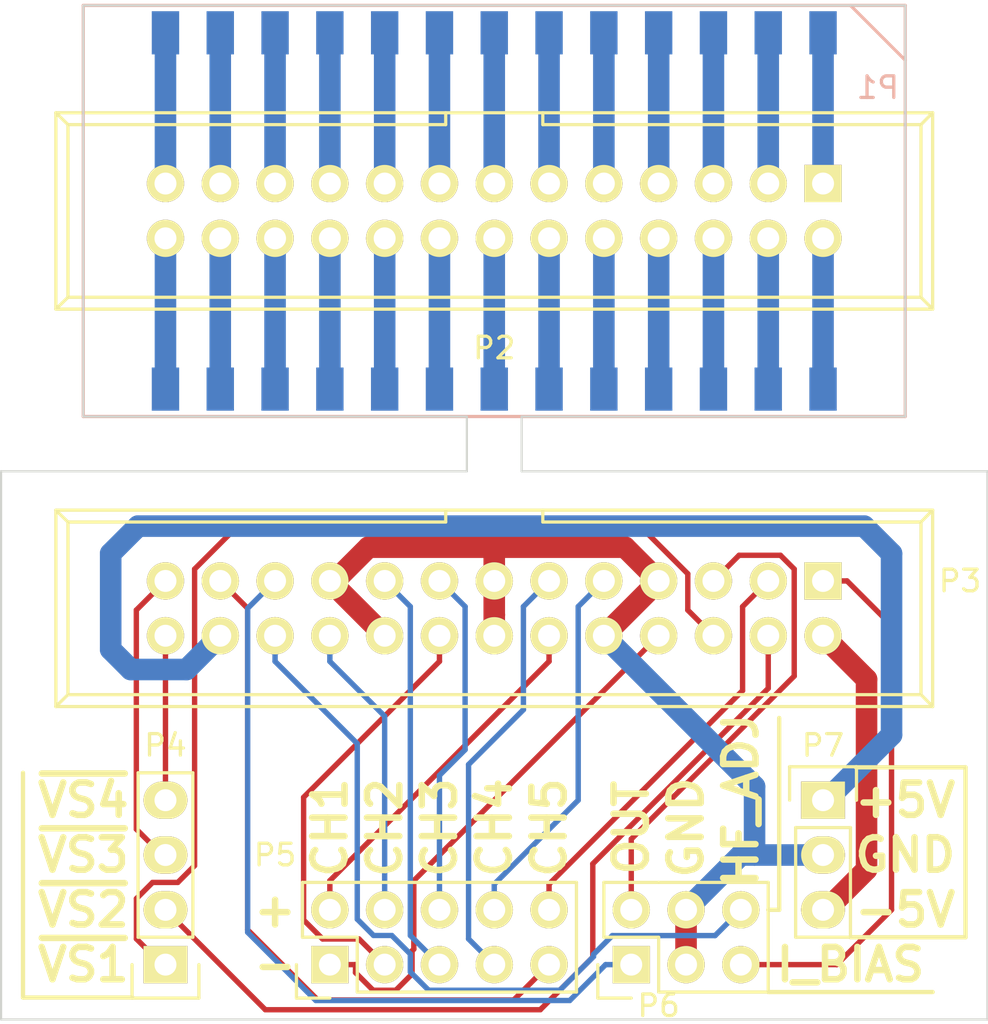
<source format=kicad_pcb>
(kicad_pcb (version 4) (host pcbnew 4.0.2-2.fc24-product)

  (general
    (links 54)
    (no_connects 26)
    (area 124.409999 74.244999 170.230001 121.335001)
    (thickness 1.6)
    (drawings 38)
    (tracks 159)
    (zones 0)
    (modules 7)
    (nets 48)
  )

  (page A4)
  (title_block
    (title "Tektronix 155-0236-00 (U400) breakout module")
    (date 2016-08-09)
    (rev A)
    (company "(2016) Designed by Alexandru Gagniuc")
    (comment 1 "Bottom board: Breakout signals from ribbon cable")
    (comment 2 "Top board: Breakout Tek hybrid to ribbon cable")
  )

  (layers
    (0 F.Cu signal)
    (31 B.Cu signal)
    (32 B.Adhes user)
    (33 F.Adhes user)
    (34 B.Paste user)
    (35 F.Paste user)
    (36 B.SilkS user)
    (37 F.SilkS user)
    (38 B.Mask user)
    (39 F.Mask user)
    (40 Dwgs.User user)
    (41 Cmts.User user)
    (42 Eco1.User user)
    (43 Eco2.User user)
    (44 Edge.Cuts user)
    (45 Margin user)
    (46 B.CrtYd user)
    (47 F.CrtYd user)
    (48 B.Fab user)
    (49 F.Fab user)
  )

  (setup
    (last_trace_width 0.25)
    (trace_clearance 0.2)
    (zone_clearance 0.508)
    (zone_45_only no)
    (trace_min 0.2)
    (segment_width 0.2)
    (edge_width 0.1)
    (via_size 0.6)
    (via_drill 0.3)
    (via_min_size 0.4)
    (via_min_drill 0.3)
    (uvia_size 0.3)
    (uvia_drill 0.1)
    (uvias_allowed no)
    (uvia_min_size 0.2)
    (uvia_min_drill 0.1)
    (pcb_text_width 0.3)
    (pcb_text_size 1.5 1.5)
    (mod_edge_width 0.15)
    (mod_text_size 1 1)
    (mod_text_width 0.15)
    (pad_size 1.5 1.5)
    (pad_drill 0.6)
    (pad_to_mask_clearance 0)
    (aux_axis_origin 0 0)
    (visible_elements FFFFFF7F)
    (pcbplotparams
      (layerselection 0x00030_80000001)
      (usegerberextensions false)
      (excludeedgelayer true)
      (linewidth 0.100000)
      (plotframeref false)
      (viasonmask false)
      (mode 1)
      (useauxorigin false)
      (hpglpennumber 1)
      (hpglpenspeed 20)
      (hpglpendiameter 15)
      (hpglpenoverlay 2)
      (psnegative false)
      (psa4output false)
      (plotreference true)
      (plotvalue true)
      (plotinvisibletext false)
      (padsonsilk false)
      (subtractmaskfromsilk false)
      (outputformat 1)
      (mirror false)
      (drillshape 1)
      (scaleselection 1)
      (outputdirectory ""))
  )

  (net 0 "")
  (net 1 "Net-(P1-Pad13)")
  (net 2 "Net-(P1-Pad12)")
  (net 3 "Net-(P1-Pad11)")
  (net 4 "Net-(P1-Pad10)")
  (net 5 "Net-(P1-Pad9)")
  (net 6 "Net-(P1-Pad8)")
  (net 7 "Net-(P1-Pad7)")
  (net 8 "Net-(P1-Pad6)")
  (net 9 "Net-(P1-Pad5)")
  (net 10 "Net-(P1-Pad4)")
  (net 11 "Net-(P1-Pad3)")
  (net 12 "Net-(P1-Pad2)")
  (net 13 "Net-(P1-Pad1)")
  (net 14 "Net-(P1-Pad26)")
  (net 15 "Net-(P1-Pad25)")
  (net 16 "Net-(P1-Pad24)")
  (net 17 "Net-(P1-Pad23)")
  (net 18 "Net-(P1-Pad22)")
  (net 19 "Net-(P1-Pad21)")
  (net 20 "Net-(P1-Pad20)")
  (net 21 "Net-(P1-Pad19)")
  (net 22 "Net-(P1-Pad18)")
  (net 23 "Net-(P1-Pad17)")
  (net 24 "Net-(P1-Pad16)")
  (net 25 "Net-(P1-Pad15)")
  (net 26 "Net-(P1-Pad14)")
  (net 27 /I_BIAS)
  (net 28 VEE)
  (net 29 /CH_5-)
  (net 30 /~VS2)
  (net 31 /OUT-)
  (net 32 /~VS1)
  (net 33 GND)
  (net 34 /CH_1+)
  (net 35 /CH_4-)
  (net 36 /CH_4+)
  (net 37 /CH_1-)
  (net 38 /CH_3-)
  (net 39 /CH_2+)
  (net 40 /CH_3+)
  (net 41 /CH_2-)
  (net 42 /OUT+)
  (net 43 /HF_ADJ)
  (net 44 /CH_5+)
  (net 45 VCC)
  (net 46 /~VS3)
  (net 47 /~VS4)

  (net_class Default "This is the default net class."
    (clearance 0.2)
    (trace_width 0.25)
    (via_dia 0.6)
    (via_drill 0.3)
    (uvia_dia 0.3)
    (uvia_drill 0.1)
    (add_net /CH_1+)
    (add_net /CH_1-)
    (add_net /CH_2+)
    (add_net /CH_2-)
    (add_net /CH_3+)
    (add_net /CH_3-)
    (add_net /CH_4+)
    (add_net /CH_4-)
    (add_net /CH_5+)
    (add_net /CH_5-)
    (add_net /HF_ADJ)
    (add_net /I_BIAS)
    (add_net /OUT+)
    (add_net /OUT-)
    (add_net /~VS1)
    (add_net /~VS2)
    (add_net /~VS3)
    (add_net /~VS4)
    (add_net "Net-(P1-Pad1)")
    (add_net "Net-(P1-Pad10)")
    (add_net "Net-(P1-Pad11)")
    (add_net "Net-(P1-Pad12)")
    (add_net "Net-(P1-Pad13)")
    (add_net "Net-(P1-Pad14)")
    (add_net "Net-(P1-Pad15)")
    (add_net "Net-(P1-Pad16)")
    (add_net "Net-(P1-Pad17)")
    (add_net "Net-(P1-Pad18)")
    (add_net "Net-(P1-Pad19)")
    (add_net "Net-(P1-Pad2)")
    (add_net "Net-(P1-Pad20)")
    (add_net "Net-(P1-Pad21)")
    (add_net "Net-(P1-Pad22)")
    (add_net "Net-(P1-Pad23)")
    (add_net "Net-(P1-Pad24)")
    (add_net "Net-(P1-Pad25)")
    (add_net "Net-(P1-Pad26)")
    (add_net "Net-(P1-Pad3)")
    (add_net "Net-(P1-Pad4)")
    (add_net "Net-(P1-Pad5)")
    (add_net "Net-(P1-Pad6)")
    (add_net "Net-(P1-Pad7)")
    (add_net "Net-(P1-Pad8)")
    (add_net "Net-(P1-Pad9)")
  )

  (net_class power ""
    (clearance 0.2)
    (trace_width 1)
    (via_dia 0.6)
    (via_drill 0.3)
    (uvia_dia 0.3)
    (uvia_drill 0.1)
    (add_net GND)
    (add_net VCC)
    (add_net VEE)
  )

  (module Connect:IDC_Header_Straight_26pins (layer F.Cu) (tedit 0) (tstamp 57A92B65)
    (at 162.56 82.55 180)
    (descr "26 pins through hole IDC header")
    (tags "IDC header socket VASCH")
    (path /57A806B4)
    (fp_text reference P2 (at 15.24 -7.62 180) (layer F.SilkS)
      (effects (font (size 1 1) (thickness 0.15)))
    )
    (fp_text value CONN_02X13 (at 15.24 5.223 180) (layer F.Fab)
      (effects (font (size 1 1) (thickness 0.15)))
    )
    (fp_line (start -5.08 -5.82) (end 35.56 -5.82) (layer F.SilkS) (width 0.15))
    (fp_line (start -4.54 -5.27) (end 35 -5.27) (layer F.SilkS) (width 0.15))
    (fp_line (start -5.08 3.28) (end 35.56 3.28) (layer F.SilkS) (width 0.15))
    (fp_line (start -4.54 2.73) (end 12.99 2.73) (layer F.SilkS) (width 0.15))
    (fp_line (start 17.49 2.73) (end 35 2.73) (layer F.SilkS) (width 0.15))
    (fp_line (start 12.99 2.73) (end 12.99 3.28) (layer F.SilkS) (width 0.15))
    (fp_line (start 17.49 2.73) (end 17.49 3.28) (layer F.SilkS) (width 0.15))
    (fp_line (start -5.08 -5.82) (end -5.08 3.28) (layer F.SilkS) (width 0.15))
    (fp_line (start -4.54 -5.27) (end -4.54 2.73) (layer F.SilkS) (width 0.15))
    (fp_line (start 35.56 -5.82) (end 35.56 3.28) (layer F.SilkS) (width 0.15))
    (fp_line (start 35 -5.27) (end 35 2.73) (layer F.SilkS) (width 0.15))
    (fp_line (start -5.08 -5.82) (end -4.54 -5.27) (layer F.SilkS) (width 0.15))
    (fp_line (start 35.56 -5.82) (end 35 -5.27) (layer F.SilkS) (width 0.15))
    (fp_line (start -5.08 3.28) (end -4.54 2.73) (layer F.SilkS) (width 0.15))
    (fp_line (start 35.56 3.28) (end 35 2.73) (layer F.SilkS) (width 0.15))
    (fp_line (start -5.35 -6.05) (end 35.8 -6.05) (layer F.CrtYd) (width 0.05))
    (fp_line (start 35.8 -6.05) (end 35.8 3.55) (layer F.CrtYd) (width 0.05))
    (fp_line (start 35.8 3.55) (end -5.35 3.55) (layer F.CrtYd) (width 0.05))
    (fp_line (start -5.35 3.55) (end -5.35 -6.05) (layer F.CrtYd) (width 0.05))
    (pad 1 thru_hole rect (at 0 0 180) (size 1.7272 1.7272) (drill 1.016) (layers *.Cu *.Mask F.SilkS)
      (net 13 "Net-(P1-Pad1)"))
    (pad 2 thru_hole oval (at 0 -2.54 180) (size 1.7272 1.7272) (drill 1.016) (layers *.Cu *.Mask F.SilkS)
      (net 14 "Net-(P1-Pad26)"))
    (pad 3 thru_hole oval (at 2.54 0 180) (size 1.7272 1.7272) (drill 1.016) (layers *.Cu *.Mask F.SilkS)
      (net 12 "Net-(P1-Pad2)"))
    (pad 4 thru_hole oval (at 2.54 -2.54 180) (size 1.7272 1.7272) (drill 1.016) (layers *.Cu *.Mask F.SilkS)
      (net 15 "Net-(P1-Pad25)"))
    (pad 5 thru_hole oval (at 5.08 0 180) (size 1.7272 1.7272) (drill 1.016) (layers *.Cu *.Mask F.SilkS)
      (net 11 "Net-(P1-Pad3)"))
    (pad 6 thru_hole oval (at 5.08 -2.54 180) (size 1.7272 1.7272) (drill 1.016) (layers *.Cu *.Mask F.SilkS)
      (net 16 "Net-(P1-Pad24)"))
    (pad 7 thru_hole oval (at 7.62 0 180) (size 1.7272 1.7272) (drill 1.016) (layers *.Cu *.Mask F.SilkS)
      (net 10 "Net-(P1-Pad4)"))
    (pad 8 thru_hole oval (at 7.62 -2.54 180) (size 1.7272 1.7272) (drill 1.016) (layers *.Cu *.Mask F.SilkS)
      (net 17 "Net-(P1-Pad23)"))
    (pad 9 thru_hole oval (at 10.16 0 180) (size 1.7272 1.7272) (drill 1.016) (layers *.Cu *.Mask F.SilkS)
      (net 9 "Net-(P1-Pad5)"))
    (pad 10 thru_hole oval (at 10.16 -2.54 180) (size 1.7272 1.7272) (drill 1.016) (layers *.Cu *.Mask F.SilkS)
      (net 18 "Net-(P1-Pad22)"))
    (pad 11 thru_hole oval (at 12.7 0 180) (size 1.7272 1.7272) (drill 1.016) (layers *.Cu *.Mask F.SilkS)
      (net 8 "Net-(P1-Pad6)"))
    (pad 12 thru_hole oval (at 12.7 -2.54 180) (size 1.7272 1.7272) (drill 1.016) (layers *.Cu *.Mask F.SilkS)
      (net 19 "Net-(P1-Pad21)"))
    (pad 13 thru_hole oval (at 15.24 0 180) (size 1.7272 1.7272) (drill 1.016) (layers *.Cu *.Mask F.SilkS)
      (net 7 "Net-(P1-Pad7)"))
    (pad 14 thru_hole oval (at 15.24 -2.54 180) (size 1.7272 1.7272) (drill 1.016) (layers *.Cu *.Mask F.SilkS)
      (net 20 "Net-(P1-Pad20)"))
    (pad 15 thru_hole oval (at 17.78 0 180) (size 1.7272 1.7272) (drill 1.016) (layers *.Cu *.Mask F.SilkS)
      (net 6 "Net-(P1-Pad8)"))
    (pad 16 thru_hole oval (at 17.78 -2.54 180) (size 1.7272 1.7272) (drill 1.016) (layers *.Cu *.Mask F.SilkS)
      (net 21 "Net-(P1-Pad19)"))
    (pad 17 thru_hole oval (at 20.32 0 180) (size 1.7272 1.7272) (drill 1.016) (layers *.Cu *.Mask F.SilkS)
      (net 5 "Net-(P1-Pad9)"))
    (pad 18 thru_hole oval (at 20.32 -2.54 180) (size 1.7272 1.7272) (drill 1.016) (layers *.Cu *.Mask F.SilkS)
      (net 22 "Net-(P1-Pad18)"))
    (pad 19 thru_hole oval (at 22.86 0 180) (size 1.7272 1.7272) (drill 1.016) (layers *.Cu *.Mask F.SilkS)
      (net 4 "Net-(P1-Pad10)"))
    (pad 20 thru_hole oval (at 22.86 -2.54 180) (size 1.7272 1.7272) (drill 1.016) (layers *.Cu *.Mask F.SilkS)
      (net 23 "Net-(P1-Pad17)"))
    (pad 21 thru_hole oval (at 25.4 0 180) (size 1.7272 1.7272) (drill 1.016) (layers *.Cu *.Mask F.SilkS)
      (net 3 "Net-(P1-Pad11)"))
    (pad 22 thru_hole oval (at 25.4 -2.54 180) (size 1.7272 1.7272) (drill 1.016) (layers *.Cu *.Mask F.SilkS)
      (net 24 "Net-(P1-Pad16)"))
    (pad 23 thru_hole oval (at 27.94 0 180) (size 1.7272 1.7272) (drill 1.016) (layers *.Cu *.Mask F.SilkS)
      (net 2 "Net-(P1-Pad12)"))
    (pad 24 thru_hole oval (at 27.94 -2.54 180) (size 1.7272 1.7272) (drill 1.016) (layers *.Cu *.Mask F.SilkS)
      (net 25 "Net-(P1-Pad15)"))
    (pad 25 thru_hole oval (at 30.48 0 180) (size 1.7272 1.7272) (drill 1.016) (layers *.Cu *.Mask F.SilkS)
      (net 1 "Net-(P1-Pad13)"))
    (pad 26 thru_hole oval (at 30.48 -2.54 180) (size 1.7272 1.7272) (drill 1.016) (layers *.Cu *.Mask F.SilkS)
      (net 26 "Net-(P1-Pad14)"))
  )

  (module Connect:IDC_Header_Straight_26pins (layer F.Cu) (tedit 57A944AD) (tstamp 57A92B96)
    (at 162.56 100.965 180)
    (descr "26 pins through hole IDC header")
    (tags "IDC header socket VASCH")
    (path /57A806F5)
    (fp_text reference P3 (at -6.35 0 180) (layer F.SilkS)
      (effects (font (size 1 1) (thickness 0.15)))
    )
    (fp_text value DIL_26_PINS (at 15.24 5.223 180) (layer F.Fab) hide
      (effects (font (size 1 1) (thickness 0.15)))
    )
    (fp_line (start -5.08 -5.82) (end 35.56 -5.82) (layer F.SilkS) (width 0.15))
    (fp_line (start -4.54 -5.27) (end 35 -5.27) (layer F.SilkS) (width 0.15))
    (fp_line (start -5.08 3.28) (end 35.56 3.28) (layer F.SilkS) (width 0.15))
    (fp_line (start -4.54 2.73) (end 12.99 2.73) (layer F.SilkS) (width 0.15))
    (fp_line (start 17.49 2.73) (end 35 2.73) (layer F.SilkS) (width 0.15))
    (fp_line (start 12.99 2.73) (end 12.99 3.28) (layer F.SilkS) (width 0.15))
    (fp_line (start 17.49 2.73) (end 17.49 3.28) (layer F.SilkS) (width 0.15))
    (fp_line (start -5.08 -5.82) (end -5.08 3.28) (layer F.SilkS) (width 0.15))
    (fp_line (start -4.54 -5.27) (end -4.54 2.73) (layer F.SilkS) (width 0.15))
    (fp_line (start 35.56 -5.82) (end 35.56 3.28) (layer F.SilkS) (width 0.15))
    (fp_line (start 35 -5.27) (end 35 2.73) (layer F.SilkS) (width 0.15))
    (fp_line (start -5.08 -5.82) (end -4.54 -5.27) (layer F.SilkS) (width 0.15))
    (fp_line (start 35.56 -5.82) (end 35 -5.27) (layer F.SilkS) (width 0.15))
    (fp_line (start -5.08 3.28) (end -4.54 2.73) (layer F.SilkS) (width 0.15))
    (fp_line (start 35.56 3.28) (end 35 2.73) (layer F.SilkS) (width 0.15))
    (fp_line (start -5.35 -6.05) (end 35.8 -6.05) (layer F.CrtYd) (width 0.05))
    (fp_line (start 35.8 -6.05) (end 35.8 3.55) (layer F.CrtYd) (width 0.05))
    (fp_line (start 35.8 3.55) (end -5.35 3.55) (layer F.CrtYd) (width 0.05))
    (fp_line (start -5.35 3.55) (end -5.35 -6.05) (layer F.CrtYd) (width 0.05))
    (pad 1 thru_hole rect (at 0 0 180) (size 1.7272 1.7272) (drill 1.016) (layers *.Cu *.Mask F.SilkS)
      (net 27 /I_BIAS))
    (pad 2 thru_hole oval (at 0 -2.54 180) (size 1.7272 1.7272) (drill 1.016) (layers *.Cu *.Mask F.SilkS)
      (net 28 VEE))
    (pad 3 thru_hole oval (at 2.54 0 180) (size 1.7272 1.7272) (drill 1.016) (layers *.Cu *.Mask F.SilkS)
      (net 29 /CH_5-))
    (pad 4 thru_hole oval (at 2.54 -2.54 180) (size 1.7272 1.7272) (drill 1.016) (layers *.Cu *.Mask F.SilkS)
      (net 30 /~VS2))
    (pad 5 thru_hole oval (at 5.08 0 180) (size 1.7272 1.7272) (drill 1.016) (layers *.Cu *.Mask F.SilkS)
      (net 31 /OUT-))
    (pad 6 thru_hole oval (at 5.08 -2.54 180) (size 1.7272 1.7272) (drill 1.016) (layers *.Cu *.Mask F.SilkS)
      (net 32 /~VS1))
    (pad 7 thru_hole oval (at 7.62 0 180) (size 1.7272 1.7272) (drill 1.016) (layers *.Cu *.Mask F.SilkS)
      (net 33 GND))
    (pad 8 thru_hole oval (at 7.62 -2.54 180) (size 1.7272 1.7272) (drill 1.016) (layers *.Cu *.Mask F.SilkS)
      (net 34 /CH_1+))
    (pad 9 thru_hole oval (at 10.16 0 180) (size 1.7272 1.7272) (drill 1.016) (layers *.Cu *.Mask F.SilkS)
      (net 35 /CH_4-))
    (pad 10 thru_hole oval (at 10.16 -2.54 180) (size 1.7272 1.7272) (drill 1.016) (layers *.Cu *.Mask F.SilkS)
      (net 33 GND))
    (pad 11 thru_hole oval (at 12.7 0 180) (size 1.7272 1.7272) (drill 1.016) (layers *.Cu *.Mask F.SilkS)
      (net 36 /CH_4+))
    (pad 12 thru_hole oval (at 12.7 -2.54 180) (size 1.7272 1.7272) (drill 1.016) (layers *.Cu *.Mask F.SilkS)
      (net 37 /CH_1-))
    (pad 13 thru_hole oval (at 15.24 0 180) (size 1.7272 1.7272) (drill 1.016) (layers *.Cu *.Mask F.SilkS)
      (net 33 GND))
    (pad 14 thru_hole oval (at 15.24 -2.54 180) (size 1.7272 1.7272) (drill 1.016) (layers *.Cu *.Mask F.SilkS)
      (net 33 GND))
    (pad 15 thru_hole oval (at 17.78 0 180) (size 1.7272 1.7272) (drill 1.016) (layers *.Cu *.Mask F.SilkS)
      (net 38 /CH_3-))
    (pad 16 thru_hole oval (at 17.78 -2.54 180) (size 1.7272 1.7272) (drill 1.016) (layers *.Cu *.Mask F.SilkS)
      (net 39 /CH_2+))
    (pad 17 thru_hole oval (at 20.32 0 180) (size 1.7272 1.7272) (drill 1.016) (layers *.Cu *.Mask F.SilkS)
      (net 40 /CH_3+))
    (pad 18 thru_hole oval (at 20.32 -2.54 180) (size 1.7272 1.7272) (drill 1.016) (layers *.Cu *.Mask F.SilkS)
      (net 33 GND))
    (pad 19 thru_hole oval (at 22.86 0 180) (size 1.7272 1.7272) (drill 1.016) (layers *.Cu *.Mask F.SilkS)
      (net 33 GND))
    (pad 20 thru_hole oval (at 22.86 -2.54 180) (size 1.7272 1.7272) (drill 1.016) (layers *.Cu *.Mask F.SilkS)
      (net 41 /CH_2-))
    (pad 21 thru_hole oval (at 25.4 0 180) (size 1.7272 1.7272) (drill 1.016) (layers *.Cu *.Mask F.SilkS)
      (net 42 /OUT+))
    (pad 22 thru_hole oval (at 25.4 -2.54 180) (size 1.7272 1.7272) (drill 1.016) (layers *.Cu *.Mask F.SilkS)
      (net 43 /HF_ADJ))
    (pad 23 thru_hole oval (at 27.94 0 180) (size 1.7272 1.7272) (drill 1.016) (layers *.Cu *.Mask F.SilkS)
      (net 44 /CH_5+))
    (pad 24 thru_hole oval (at 27.94 -2.54 180) (size 1.7272 1.7272) (drill 1.016) (layers *.Cu *.Mask F.SilkS)
      (net 45 VCC))
    (pad 25 thru_hole oval (at 30.48 0 180) (size 1.7272 1.7272) (drill 1.016) (layers *.Cu *.Mask F.SilkS)
      (net 46 /~VS3))
    (pad 26 thru_hole oval (at 30.48 -2.54 180) (size 1.7272 1.7272) (drill 1.016) (layers *.Cu *.Mask F.SilkS)
      (net 47 /~VS4))
  )

  (module Pin_Headers:Pin_Header_Straight_1x04 (layer F.Cu) (tedit 57A944A6) (tstamp 57A933C3)
    (at 132.08 118.745 180)
    (descr "Through hole pin header")
    (tags "pin header")
    (path /57A8B21E)
    (fp_text reference P4 (at 0 10.16 180) (layer F.SilkS)
      (effects (font (size 1 1) (thickness 0.15)))
    )
    (fp_text value CONN_01X04 (at 0 -3.1 180) (layer F.Fab) hide
      (effects (font (size 1 1) (thickness 0.15)))
    )
    (fp_line (start -1.75 -1.75) (end -1.75 9.4) (layer F.CrtYd) (width 0.05))
    (fp_line (start 1.75 -1.75) (end 1.75 9.4) (layer F.CrtYd) (width 0.05))
    (fp_line (start -1.75 -1.75) (end 1.75 -1.75) (layer F.CrtYd) (width 0.05))
    (fp_line (start -1.75 9.4) (end 1.75 9.4) (layer F.CrtYd) (width 0.05))
    (fp_line (start -1.27 1.27) (end -1.27 8.89) (layer F.SilkS) (width 0.15))
    (fp_line (start 1.27 1.27) (end 1.27 8.89) (layer F.SilkS) (width 0.15))
    (fp_line (start 1.55 -1.55) (end 1.55 0) (layer F.SilkS) (width 0.15))
    (fp_line (start -1.27 8.89) (end 1.27 8.89) (layer F.SilkS) (width 0.15))
    (fp_line (start 1.27 1.27) (end -1.27 1.27) (layer F.SilkS) (width 0.15))
    (fp_line (start -1.55 0) (end -1.55 -1.55) (layer F.SilkS) (width 0.15))
    (fp_line (start -1.55 -1.55) (end 1.55 -1.55) (layer F.SilkS) (width 0.15))
    (pad 1 thru_hole rect (at 0 0 180) (size 2.032 1.7272) (drill 1.016) (layers *.Cu *.Mask F.SilkS)
      (net 32 /~VS1))
    (pad 2 thru_hole oval (at 0 2.54 180) (size 2.032 1.7272) (drill 1.016) (layers *.Cu *.Mask F.SilkS)
      (net 30 /~VS2))
    (pad 3 thru_hole oval (at 0 5.08 180) (size 2.032 1.7272) (drill 1.016) (layers *.Cu *.Mask F.SilkS)
      (net 46 /~VS3))
    (pad 4 thru_hole oval (at 0 7.62 180) (size 2.032 1.7272) (drill 1.016) (layers *.Cu *.Mask F.SilkS)
      (net 47 /~VS4))
    (model Pin_Headers.3dshapes/Pin_Header_Straight_1x04.wrl
      (at (xyz 0 -0.15 0))
      (scale (xyz 1 1 1))
      (rotate (xyz 0 0 90))
    )
  )

  (module Pin_Headers:Pin_Header_Straight_2x03 (layer F.Cu) (tedit 57A944AB) (tstamp 57A933D5)
    (at 153.67 118.745 90)
    (descr "Through hole pin header")
    (tags "pin header")
    (path /57A8C8B1)
    (fp_text reference P6 (at -1.905 1.27 180) (layer F.SilkS)
      (effects (font (size 1 1) (thickness 0.15)))
    )
    (fp_text value CONN_02X03 (at 0 -3.1 90) (layer F.Fab) hide
      (effects (font (size 1 1) (thickness 0.15)))
    )
    (fp_line (start -1.27 1.27) (end -1.27 6.35) (layer F.SilkS) (width 0.15))
    (fp_line (start -1.55 -1.55) (end 0 -1.55) (layer F.SilkS) (width 0.15))
    (fp_line (start -1.75 -1.75) (end -1.75 6.85) (layer F.CrtYd) (width 0.05))
    (fp_line (start 4.3 -1.75) (end 4.3 6.85) (layer F.CrtYd) (width 0.05))
    (fp_line (start -1.75 -1.75) (end 4.3 -1.75) (layer F.CrtYd) (width 0.05))
    (fp_line (start -1.75 6.85) (end 4.3 6.85) (layer F.CrtYd) (width 0.05))
    (fp_line (start 1.27 -1.27) (end 1.27 1.27) (layer F.SilkS) (width 0.15))
    (fp_line (start 1.27 1.27) (end -1.27 1.27) (layer F.SilkS) (width 0.15))
    (fp_line (start -1.27 6.35) (end 3.81 6.35) (layer F.SilkS) (width 0.15))
    (fp_line (start 3.81 6.35) (end 3.81 1.27) (layer F.SilkS) (width 0.15))
    (fp_line (start -1.55 -1.55) (end -1.55 0) (layer F.SilkS) (width 0.15))
    (fp_line (start 3.81 -1.27) (end 1.27 -1.27) (layer F.SilkS) (width 0.15))
    (fp_line (start 3.81 1.27) (end 3.81 -1.27) (layer F.SilkS) (width 0.15))
    (pad 1 thru_hole rect (at 0 0 90) (size 1.7272 1.7272) (drill 1.016) (layers *.Cu *.Mask F.SilkS)
      (net 42 /OUT+))
    (pad 2 thru_hole oval (at 2.54 0 90) (size 1.7272 1.7272) (drill 1.016) (layers *.Cu *.Mask F.SilkS)
      (net 31 /OUT-))
    (pad 3 thru_hole oval (at 0 2.54 90) (size 1.7272 1.7272) (drill 1.016) (layers *.Cu *.Mask F.SilkS)
      (net 33 GND))
    (pad 4 thru_hole oval (at 2.54 2.54 90) (size 1.7272 1.7272) (drill 1.016) (layers *.Cu *.Mask F.SilkS)
      (net 33 GND))
    (pad 5 thru_hole oval (at 0 5.08 90) (size 1.7272 1.7272) (drill 1.016) (layers *.Cu *.Mask F.SilkS)
      (net 27 /I_BIAS))
    (pad 6 thru_hole oval (at 2.54 5.08 90) (size 1.7272 1.7272) (drill 1.016) (layers *.Cu *.Mask F.SilkS)
      (net 43 /HF_ADJ))
    (model Pin_Headers.3dshapes/Pin_Header_Straight_2x03.wrl
      (at (xyz 0.05 -0.1 0))
      (scale (xyz 1 1 1))
      (rotate (xyz 0 0 90))
    )
  )

  (module Pin_Headers:Pin_Header_Straight_1x03 (layer F.Cu) (tedit 57A944A8) (tstamp 57A933EB)
    (at 162.56 111.125)
    (descr "Through hole pin header")
    (tags "pin header")
    (path /57A8CCF2)
    (fp_text reference P7 (at 0 -2.54) (layer F.SilkS)
      (effects (font (size 1 1) (thickness 0.15)))
    )
    (fp_text value CONN_01X03 (at 0 -3.1) (layer F.Fab) hide
      (effects (font (size 1 1) (thickness 0.15)))
    )
    (fp_line (start -1.75 -1.75) (end -1.75 6.85) (layer F.CrtYd) (width 0.05))
    (fp_line (start 1.75 -1.75) (end 1.75 6.85) (layer F.CrtYd) (width 0.05))
    (fp_line (start -1.75 -1.75) (end 1.75 -1.75) (layer F.CrtYd) (width 0.05))
    (fp_line (start -1.75 6.85) (end 1.75 6.85) (layer F.CrtYd) (width 0.05))
    (fp_line (start -1.27 1.27) (end -1.27 6.35) (layer F.SilkS) (width 0.15))
    (fp_line (start -1.27 6.35) (end 1.27 6.35) (layer F.SilkS) (width 0.15))
    (fp_line (start 1.27 6.35) (end 1.27 1.27) (layer F.SilkS) (width 0.15))
    (fp_line (start 1.55 -1.55) (end 1.55 0) (layer F.SilkS) (width 0.15))
    (fp_line (start 1.27 1.27) (end -1.27 1.27) (layer F.SilkS) (width 0.15))
    (fp_line (start -1.55 0) (end -1.55 -1.55) (layer F.SilkS) (width 0.15))
    (fp_line (start -1.55 -1.55) (end 1.55 -1.55) (layer F.SilkS) (width 0.15))
    (pad 1 thru_hole rect (at 0 0) (size 2.032 1.7272) (drill 1.016) (layers *.Cu *.Mask F.SilkS)
      (net 45 VCC))
    (pad 2 thru_hole oval (at 0 2.54) (size 2.032 1.7272) (drill 1.016) (layers *.Cu *.Mask F.SilkS)
      (net 33 GND))
    (pad 3 thru_hole oval (at 0 5.08) (size 2.032 1.7272) (drill 1.016) (layers *.Cu *.Mask F.SilkS)
      (net 28 VEE))
    (model Pin_Headers.3dshapes/Pin_Header_Straight_1x03.wrl
      (at (xyz 0 -0.1 0))
      (scale (xyz 1 1 1))
      (rotate (xyz 0 0 90))
    )
  )

  (module Pin_Headers:Pin_Header_Straight_2x05 (layer F.Cu) (tedit 57A944A3) (tstamp 57A934D5)
    (at 139.7 118.745 90)
    (descr "Through hole pin header")
    (tags "pin header")
    (path /57A8B5EA)
    (fp_text reference P5 (at 5.08 -2.54 180) (layer F.SilkS)
      (effects (font (size 1 1) (thickness 0.15)))
    )
    (fp_text value CONN_02X05 (at 0 -3.1 90) (layer F.Fab) hide
      (effects (font (size 1 1) (thickness 0.15)))
    )
    (fp_line (start -1.75 -1.75) (end -1.75 11.95) (layer F.CrtYd) (width 0.05))
    (fp_line (start 4.3 -1.75) (end 4.3 11.95) (layer F.CrtYd) (width 0.05))
    (fp_line (start -1.75 -1.75) (end 4.3 -1.75) (layer F.CrtYd) (width 0.05))
    (fp_line (start -1.75 11.95) (end 4.3 11.95) (layer F.CrtYd) (width 0.05))
    (fp_line (start 3.81 -1.27) (end 3.81 11.43) (layer F.SilkS) (width 0.15))
    (fp_line (start 3.81 11.43) (end -1.27 11.43) (layer F.SilkS) (width 0.15))
    (fp_line (start -1.27 11.43) (end -1.27 1.27) (layer F.SilkS) (width 0.15))
    (fp_line (start 3.81 -1.27) (end 1.27 -1.27) (layer F.SilkS) (width 0.15))
    (fp_line (start 0 -1.55) (end -1.55 -1.55) (layer F.SilkS) (width 0.15))
    (fp_line (start 1.27 -1.27) (end 1.27 1.27) (layer F.SilkS) (width 0.15))
    (fp_line (start 1.27 1.27) (end -1.27 1.27) (layer F.SilkS) (width 0.15))
    (fp_line (start -1.55 -1.55) (end -1.55 0) (layer F.SilkS) (width 0.15))
    (pad 1 thru_hole rect (at 0 0 90) (size 1.7272 1.7272) (drill 1.016) (layers *.Cu *.Mask F.SilkS)
      (net 34 /CH_1+))
    (pad 2 thru_hole oval (at 2.54 0 90) (size 1.7272 1.7272) (drill 1.016) (layers *.Cu *.Mask F.SilkS)
      (net 37 /CH_1-))
    (pad 3 thru_hole oval (at 0 2.54 90) (size 1.7272 1.7272) (drill 1.016) (layers *.Cu *.Mask F.SilkS)
      (net 39 /CH_2+))
    (pad 4 thru_hole oval (at 2.54 2.54 90) (size 1.7272 1.7272) (drill 1.016) (layers *.Cu *.Mask F.SilkS)
      (net 41 /CH_2-))
    (pad 5 thru_hole oval (at 0 5.08 90) (size 1.7272 1.7272) (drill 1.016) (layers *.Cu *.Mask F.SilkS)
      (net 40 /CH_3+))
    (pad 6 thru_hole oval (at 2.54 5.08 90) (size 1.7272 1.7272) (drill 1.016) (layers *.Cu *.Mask F.SilkS)
      (net 38 /CH_3-))
    (pad 7 thru_hole oval (at 0 7.62 90) (size 1.7272 1.7272) (drill 1.016) (layers *.Cu *.Mask F.SilkS)
      (net 36 /CH_4+))
    (pad 8 thru_hole oval (at 2.54 7.62 90) (size 1.7272 1.7272) (drill 1.016) (layers *.Cu *.Mask F.SilkS)
      (net 35 /CH_4-))
    (pad 9 thru_hole oval (at 0 10.16 90) (size 1.7272 1.7272) (drill 1.016) (layers *.Cu *.Mask F.SilkS)
      (net 44 /CH_5+))
    (pad 10 thru_hole oval (at 2.54 10.16 90) (size 1.7272 1.7272) (drill 1.016) (layers *.Cu *.Mask F.SilkS)
      (net 29 /CH_5-))
    (model Pin_Headers.3dshapes/Pin_Header_Straight_2x05.wrl
      (at (xyz 0.05 -0.2 0))
      (scale (xyz 1 1 1))
      (rotate (xyz 0 0 90))
    )
  )

  (module "Tek hybrids:Tek-DIL-26" (layer F.Cu) (tedit 576EB536) (tstamp 57A9E5C6)
    (at 128.27 74.295)
    (path /579E835F)
    (fp_text reference P1 (at 36.83 3.81) (layer B.SilkS)
      (effects (font (size 1 1) (thickness 0.15)) (justify mirror))
    )
    (fp_text value DIL_26_PINS (at 5.08 5.08) (layer F.Fab)
      (effects (font (size 1 1) (thickness 0.15)))
    )
    (fp_line (start 35.56 0) (end 38.1 2.54) (layer B.SilkS) (width 0.15))
    (fp_line (start 38.1 0) (end 0 0) (layer B.CrtYd) (width 0.15))
    (fp_line (start 38.1 3.175) (end 38.1 0) (layer B.CrtYd) (width 0.15))
    (fp_line (start 0 3.175) (end 38.1 3.175) (layer B.CrtYd) (width 0.15))
    (fp_line (start 0 0) (end 0 3.175) (layer B.CrtYd) (width 0.15))
    (fp_line (start 38.1 19.05) (end 0 19.05) (layer B.CrtYd) (width 0.15))
    (fp_line (start 38.1 15.875) (end 38.1 19.05) (layer B.CrtYd) (width 0.15))
    (fp_line (start 0 15.875) (end 38.1 15.875) (layer B.CrtYd) (width 0.15))
    (fp_line (start 0 19.05) (end 0 15.875) (layer B.CrtYd) (width 0.15))
    (fp_line (start 38.1 0) (end 0 0) (layer B.SilkS) (width 0.15))
    (fp_line (start 38.1 19.05) (end 38.1 0) (layer B.SilkS) (width 0.15))
    (fp_line (start 0 19.05) (end 38.1 19.05) (layer B.SilkS) (width 0.15))
    (fp_line (start 0 0) (end 0 19.05) (layer B.SilkS) (width 0.15))
    (pad 13 connect rect (at 3.81 1.27) (size 1.27 2) (layers B.Cu B.Mask)
      (net 1 "Net-(P1-Pad13)"))
    (pad 12 connect rect (at 6.35 1.27) (size 1.27 2) (layers B.Cu B.Mask)
      (net 2 "Net-(P1-Pad12)"))
    (pad 11 connect rect (at 8.89 1.27) (size 1.27 2) (layers B.Cu B.Mask)
      (net 3 "Net-(P1-Pad11)"))
    (pad 10 connect rect (at 11.43 1.27) (size 1.27 2) (layers B.Cu B.Mask)
      (net 4 "Net-(P1-Pad10)"))
    (pad 9 connect rect (at 13.97 1.27) (size 1.27 2) (layers B.Cu B.Mask)
      (net 5 "Net-(P1-Pad9)"))
    (pad 8 connect rect (at 16.51 1.27) (size 1.27 2) (layers B.Cu B.Mask)
      (net 6 "Net-(P1-Pad8)"))
    (pad 7 connect rect (at 19.05 1.27) (size 1.27 2) (layers B.Cu B.Mask)
      (net 7 "Net-(P1-Pad7)"))
    (pad 6 connect rect (at 21.59 1.27) (size 1.27 2) (layers B.Cu B.Mask)
      (net 8 "Net-(P1-Pad6)"))
    (pad 5 connect rect (at 24.13 1.27) (size 1.27 2) (layers B.Cu B.Mask)
      (net 9 "Net-(P1-Pad5)"))
    (pad 4 connect rect (at 26.67 1.27) (size 1.27 2) (layers B.Cu B.Mask)
      (net 10 "Net-(P1-Pad4)"))
    (pad 3 connect rect (at 29.21 1.27) (size 1.27 2) (layers B.Cu B.Mask)
      (net 11 "Net-(P1-Pad3)"))
    (pad 2 connect rect (at 31.75 1.27) (size 1.27 2) (layers B.Cu B.Mask)
      (net 12 "Net-(P1-Pad2)"))
    (pad 1 connect rect (at 34.29 1.27) (size 1.27 2) (layers B.Cu B.Mask)
      (net 13 "Net-(P1-Pad1)"))
    (pad 26 connect rect (at 34.29 17.78) (size 1.27 2) (layers B.Cu B.Mask)
      (net 14 "Net-(P1-Pad26)"))
    (pad 25 connect rect (at 31.75 17.78) (size 1.27 2) (layers B.Cu B.Mask)
      (net 15 "Net-(P1-Pad25)"))
    (pad 24 connect rect (at 29.21 17.78) (size 1.27 2) (layers B.Cu B.Mask)
      (net 16 "Net-(P1-Pad24)"))
    (pad 23 connect rect (at 26.67 17.78) (size 1.27 2) (layers B.Cu B.Mask)
      (net 17 "Net-(P1-Pad23)"))
    (pad 22 connect rect (at 24.13 17.78) (size 1.27 2) (layers B.Cu B.Mask)
      (net 18 "Net-(P1-Pad22)"))
    (pad 21 connect rect (at 21.59 17.78) (size 1.27 2) (layers B.Cu B.Mask)
      (net 19 "Net-(P1-Pad21)"))
    (pad 20 connect rect (at 19.05 17.78) (size 1.27 2) (layers B.Cu B.Mask)
      (net 20 "Net-(P1-Pad20)"))
    (pad 19 connect rect (at 16.51 17.78) (size 1.27 2) (layers B.Cu B.Mask)
      (net 21 "Net-(P1-Pad19)"))
    (pad 18 connect rect (at 13.97 17.78) (size 1.27 2) (layers B.Cu B.Mask)
      (net 22 "Net-(P1-Pad18)"))
    (pad 17 connect rect (at 11.43 17.78) (size 1.27 2) (layers B.Cu B.Mask)
      (net 23 "Net-(P1-Pad17)"))
    (pad 16 connect rect (at 8.89 17.78) (size 1.27 2) (layers B.Cu B.Mask)
      (net 24 "Net-(P1-Pad16)"))
    (pad 15 connect rect (at 6.35 17.78) (size 1.27 2) (layers B.Cu B.Mask)
      (net 25 "Net-(P1-Pad15)"))
    (pad 14 connect rect (at 3.81 17.78) (size 1.27 2) (layers B.Cu B.Mask)
      (net 26 "Net-(P1-Pad14)"))
  )

  (gr_line (start 160.528 116.205) (end 160.528 107.315) (layer F.SilkS) (width 0.2))
  (gr_line (start 160.02 116.205) (end 160.528 116.205) (layer F.SilkS) (width 0.2))
  (gr_line (start 160.02 120.015) (end 167.64 120.015) (layer F.SilkS) (width 0.2))
  (gr_line (start 125.476 120.269) (end 125.476 109.855) (layer F.SilkS) (width 0.2))
  (gr_line (start 130.556 120.269) (end 125.476 120.269) (layer F.SilkS) (width 0.2))
  (gr_line (start 169.164 117.475) (end 163.83 117.475) (layer F.SilkS) (width 0.2))
  (gr_line (start 169.164 109.601) (end 169.164 117.475) (layer F.SilkS) (width 0.2))
  (gr_line (start 164.084 109.601) (end 169.164 109.601) (layer F.SilkS) (width 0.2))
  (gr_text GND (at 156.21 112.395 90) (layer F.SilkS)
    (effects (font (size 1.5 1.5) (thickness 0.3)))
  )
  (gr_text OUT (at 153.67 112.395 90) (layer F.SilkS)
    (effects (font (size 1.5 1.5) (thickness 0.3)))
  )
  (gr_text I_BIAS (at 163.83 118.745) (layer F.SilkS)
    (effects (font (size 1.5 1.5) (thickness 0.3)))
  )
  (gr_text HF_ADJ (at 158.75 111.125 90) (layer F.SilkS)
    (effects (font (size 1.5 1.5) (thickness 0.3)))
  )
  (gr_text -5V (at 166.37 116.205) (layer F.SilkS)
    (effects (font (size 1.5 1.5) (thickness 0.3)))
  )
  (gr_text GND (at 166.37 113.665) (layer F.SilkS)
    (effects (font (size 1.5 1.5) (thickness 0.3)))
  )
  (gr_text +5V (at 166.37 111.125) (layer F.SilkS)
    (effects (font (size 1.5 1.5) (thickness 0.3)))
  )
  (gr_text - (at 137.16 118.745) (layer F.SilkS)
    (effects (font (size 1.5 1.5) (thickness 0.3)))
  )
  (gr_text + (at 137.16 116.205) (layer F.SilkS)
    (effects (font (size 1.5 1.5) (thickness 0.3)))
  )
  (gr_text CH5 (at 149.86 112.395 90) (layer F.SilkS) (tstamp 57A935C8)
    (effects (font (size 1.5 1.5) (thickness 0.3)))
  )
  (gr_text CH4 (at 147.32 112.395 90) (layer F.SilkS) (tstamp 57A935C7)
    (effects (font (size 1.5 1.5) (thickness 0.3)))
  )
  (gr_text CH3 (at 144.78 112.395 90) (layer F.SilkS) (tstamp 57A935C6)
    (effects (font (size 1.5 1.5) (thickness 0.3)))
  )
  (gr_text CH2 (at 142.24 112.395 90) (layer F.SilkS) (tstamp 57A935C5)
    (effects (font (size 1.5 1.5) (thickness 0.3)))
  )
  (gr_text CH1 (at 139.7 112.395 90) (layer F.SilkS)
    (effects (font (size 1.5 1.5) (thickness 0.3)))
  )
  (gr_line (start 146.05 93.345) (end 128.27 93.345) (layer Edge.Cuts) (width 0.1))
  (gr_line (start 146.05 95.885) (end 146.05 93.345) (layer Edge.Cuts) (width 0.1))
  (gr_line (start 124.46 95.885) (end 146.05 95.885) (layer Edge.Cuts) (width 0.1))
  (gr_line (start 148.59 95.885) (end 170.18 95.885) (layer Edge.Cuts) (width 0.1))
  (gr_line (start 148.59 93.345) (end 148.59 95.885) (layer Edge.Cuts) (width 0.1))
  (gr_line (start 166.37 93.345) (end 148.59 93.345) (layer Edge.Cuts) (width 0.1))
  (gr_line (start 124.46 121.285) (end 124.46 95.885) (layer Edge.Cuts) (width 0.1))
  (gr_line (start 170.18 121.285) (end 124.46 121.285) (layer Edge.Cuts) (width 0.1))
  (gr_line (start 170.18 95.885) (end 170.18 121.285) (layer Edge.Cuts) (width 0.1))
  (gr_text ~VS4 (at 128.27 111.125) (layer F.SilkS) (tstamp 57A93272)
    (effects (font (size 1.5 1.5) (thickness 0.3)))
  )
  (gr_text ~VS3 (at 128.27 113.665) (layer F.SilkS) (tstamp 57A93271)
    (effects (font (size 1.5 1.5) (thickness 0.3)))
  )
  (gr_text ~VS2 (at 128.27 116.205) (layer F.SilkS) (tstamp 57A9326C)
    (effects (font (size 1.5 1.5) (thickness 0.3)))
  )
  (gr_text ~VS1 (at 128.27 118.745) (layer F.SilkS)
    (effects (font (size 1.5 1.5) (thickness 0.3)))
  )
  (gr_line (start 128.27 74.295) (end 128.27 93.345) (layer Edge.Cuts) (width 0.1))
  (gr_line (start 166.37 74.295) (end 128.27 74.295) (layer Edge.Cuts) (width 0.1))
  (gr_line (start 166.37 93.345) (end 166.37 74.295) (layer Edge.Cuts) (width 0.1))

  (segment (start 132.08 75.565) (end 132.08 82.55) (width 1) (layer B.Cu) (net 1) (status 30))
  (segment (start 134.62 82.55) (end 134.62 75.565) (width 1) (layer B.Cu) (net 2) (status 30))
  (segment (start 137.16 75.565) (end 137.16 82.55) (width 1) (layer B.Cu) (net 3) (status 30))
  (segment (start 139.7 82.55) (end 139.7 75.565) (width 1) (layer B.Cu) (net 4) (status 30))
  (segment (start 142.24 75.565) (end 142.24 82.55) (width 1) (layer B.Cu) (net 5) (status 30))
  (segment (start 144.78 82.55) (end 144.78 75.565) (width 1) (layer B.Cu) (net 6) (status 30))
  (segment (start 147.32 75.565) (end 147.32 82.55) (width 1) (layer B.Cu) (net 7) (status 30))
  (segment (start 149.86 82.55) (end 149.86 75.565) (width 1) (layer B.Cu) (net 8) (status 30))
  (segment (start 152.4 75.565) (end 152.4 82.55) (width 1) (layer B.Cu) (net 9) (status 30))
  (segment (start 154.94 82.55) (end 154.94 75.565) (width 1) (layer B.Cu) (net 10) (status 30))
  (segment (start 157.48 75.565) (end 157.48 82.55) (width 1) (layer B.Cu) (net 11) (status 30))
  (segment (start 160.02 82.55) (end 160.02 75.565) (width 1) (layer B.Cu) (net 12) (status 30))
  (segment (start 162.56 75.565) (end 162.56 82.55) (width 1) (layer B.Cu) (net 13) (status 30))
  (segment (start 162.56 85.09) (end 162.56 92.075) (width 1) (layer B.Cu) (net 14) (status 30))
  (segment (start 160.02 92.075) (end 160.02 85.09) (width 1) (layer B.Cu) (net 15) (status 30))
  (segment (start 157.48 85.09) (end 157.48 92.075) (width 1) (layer B.Cu) (net 16) (status 30))
  (segment (start 154.94 92.075) (end 154.94 85.09) (width 1) (layer B.Cu) (net 17) (status 30))
  (segment (start 152.4 85.09) (end 152.4 92.075) (width 1) (layer B.Cu) (net 18) (status 30))
  (segment (start 149.86 92.075) (end 149.86 85.09) (width 1) (layer B.Cu) (net 19) (status 30))
  (segment (start 147.32 85.09) (end 147.32 92.075) (width 1) (layer B.Cu) (net 20) (status 30))
  (segment (start 144.78 92.075) (end 144.78 85.09) (width 1) (layer B.Cu) (net 21) (status 30))
  (segment (start 142.24 85.09) (end 142.24 92.075) (width 1) (layer B.Cu) (net 22) (status 30))
  (segment (start 139.7 92.075) (end 139.7 85.09) (width 1) (layer B.Cu) (net 23) (status 30))
  (segment (start 137.16 85.09) (end 137.16 92.075) (width 1) (layer B.Cu) (net 24) (status 30))
  (segment (start 134.62 92.075) (end 134.62 85.09) (width 1) (layer B.Cu) (net 25) (status 30))
  (segment (start 132.08 85.09) (end 132.08 92.075) (width 1) (layer B.Cu) (net 26) (status 30))
  (segment (start 158.75 118.745) (end 163.195 118.745) (width 0.25) (layer F.Cu) (net 27) (status 10))
  (segment (start 165.735 103.0264) (end 163.6736 100.965) (width 0.25) (layer F.Cu) (net 27))
  (segment (start 163.195 118.745) (end 165.735 116.205) (width 0.25) (layer F.Cu) (net 27))
  (segment (start 165.735 116.205) (end 165.735 103.0264) (width 0.25) (layer F.Cu) (net 27))
  (segment (start 163.6736 100.965) (end 162.56 100.965) (width 0.25) (layer F.Cu) (net 27) (status 20))
  (segment (start 162.56 103.505) (end 164.576 105.521) (width 1) (layer F.Cu) (net 28) (status 10))
  (segment (start 164.576 105.521) (end 164.576 114.3414) (width 1) (layer F.Cu) (net 28))
  (segment (start 164.576 114.3414) (end 162.7124 116.205) (width 1) (layer F.Cu) (net 28) (status 20))
  (segment (start 162.7124 116.205) (end 162.56 116.205) (width 1) (layer F.Cu) (net 28) (status 30))
  (segment (start 160.02 100.965) (end 158.8311 102.1539) (width 0.25) (layer F.Cu) (net 29))
  (segment (start 158.8311 102.1539) (end 158.8311 106.045) (width 0.25) (layer F.Cu) (net 29))
  (segment (start 158.8311 106.045) (end 149.86 115.0161) (width 0.25) (layer F.Cu) (net 29))
  (segment (start 149.86 115.0161) (end 149.86 116.205) (width 0.25) (layer F.Cu) (net 29))
  (segment (start 132.08 116.205) (end 136.7097 120.8347) (width 0.25) (layer F.Cu) (net 30))
  (segment (start 136.7097 120.8347) (end 149.4522 120.8347) (width 0.25) (layer F.Cu) (net 30))
  (segment (start 149.4522 120.8347) (end 151.8875 118.3994) (width 0.25) (layer F.Cu) (net 30))
  (segment (start 151.8875 114.0731) (end 160.02 105.9406) (width 0.25) (layer F.Cu) (net 30))
  (segment (start 160.02 105.9406) (end 160.02 103.505) (width 0.25) (layer F.Cu) (net 30))
  (segment (start 151.8875 118.3994) (end 151.8875 114.0731) (width 0.25) (layer F.Cu) (net 30))
  (segment (start 153.67 116.205) (end 153.67 112.9275) (width 0.25) (layer F.Cu) (net 31))
  (segment (start 161.224 105.3735) (end 161.224 100.4147) (width 0.25) (layer F.Cu) (net 31))
  (segment (start 153.67 112.9275) (end 161.224 105.3735) (width 0.25) (layer F.Cu) (net 31))
  (segment (start 161.224 100.4147) (end 160.5854 99.7761) (width 0.25) (layer F.Cu) (net 31))
  (segment (start 160.5854 99.7761) (end 158.6689 99.7761) (width 0.25) (layer F.Cu) (net 31))
  (segment (start 158.6689 99.7761) (end 157.48 100.965) (width 0.25) (layer F.Cu) (net 31))
  (segment (start 156.2911 100.6338) (end 156.2911 102.3161) (width 0.25) (layer F.Cu) (net 32))
  (segment (start 135.269912 98.576388) (end 154.233688 98.576388) (width 0.25) (layer F.Cu) (net 32))
  (segment (start 133.4309 100.4154) (end 135.269912 98.576388) (width 0.25) (layer F.Cu) (net 32))
  (segment (start 133.4309 114.1569) (end 133.4309 100.4154) (width 0.25) (layer F.Cu) (net 32))
  (segment (start 132.6528 114.935) (end 133.4309 114.1569) (width 0.25) (layer F.Cu) (net 32))
  (segment (start 131.4844 114.935) (end 132.6528 114.935) (width 0.25) (layer F.Cu) (net 32))
  (segment (start 154.233688 98.576388) (end 156.2911 100.6338) (width 0.25) (layer F.Cu) (net 32))
  (segment (start 156.2911 102.3161) (end 157.48 103.505) (width 0.25) (layer F.Cu) (net 32) (status 20))
  (segment (start 130.733 115.6864) (end 131.4844 114.935) (width 0.25) (layer F.Cu) (net 32))
  (segment (start 130.733 117.5504) (end 130.733 115.6864) (width 0.25) (layer F.Cu) (net 32))
  (segment (start 131.9276 118.745) (end 130.733 117.5504) (width 0.25) (layer F.Cu) (net 32) (status 10))
  (segment (start 132.08 118.745) (end 131.9276 118.745) (width 0.25) (layer F.Cu) (net 32) (status 30))
  (segment (start 156.21 116.205) (end 156.21 118.745) (width 1) (layer F.Cu) (net 33))
  (segment (start 153.376399 99.401399) (end 147.32 99.401399) (width 1) (layer F.Cu) (net 33))
  (segment (start 147.32 99.401399) (end 141.489471 99.401399) (width 1) (layer F.Cu) (net 33))
  (segment (start 147.32 100.965) (end 147.32 99.401399) (width 1) (layer F.Cu) (net 33) (status 10))
  (segment (start 153.376399 99.401399) (end 154.94 100.965) (width 1) (layer F.Cu) (net 33) (status 20))
  (segment (start 139.7 100.965) (end 139.92587 100.965) (width 1) (layer F.Cu) (net 33) (status 30))
  (segment (start 139.92587 100.965) (end 141.489471 99.401399) (width 1) (layer F.Cu) (net 33) (status 10))
  (segment (start 147.32 100.965) (end 147.32 103.505) (width 1) (layer F.Cu) (net 33) (status 30))
  (segment (start 139.7 100.965) (end 142.24 103.505) (width 1) (layer F.Cu) (net 33) (status 30))
  (segment (start 152.4 103.505) (end 154.94 100.965) (width 1) (layer F.Cu) (net 33) (status 30))
  (segment (start 158.75 113.665) (end 159.385 113.665) (width 1) (layer B.Cu) (net 33))
  (segment (start 159.385 113.665) (end 162.56 113.665) (width 1) (layer B.Cu) (net 33) (status 20))
  (segment (start 159.385 110.49) (end 159.385 113.665) (width 1) (layer B.Cu) (net 33))
  (segment (start 152.4 103.505) (end 159.385 110.49) (width 1) (layer B.Cu) (net 33) (status 10))
  (segment (start 156.21 116.205) (end 158.75 113.665) (width 1) (layer B.Cu) (net 33) (status 10))
  (segment (start 147.32 103.505) (end 146.7315 103.505) (width 0.25) (layer F.Cu) (net 33) (status 30))
  (segment (start 147.32 100.965) (end 147.32 102.1539) (width 0.25) (layer F.Cu) (net 33) (status 10))
  (segment (start 147.7013 102.5352) (end 147.32 102.1539) (width 0.25) (layer F.Cu) (net 33))
  (segment (start 146.7315 103.505) (end 147.7013 102.5352) (width 0.25) (layer F.Cu) (net 33) (status 10))
  (segment (start 143.51 119.1802) (end 143.51 118.11) (width 0.25) (layer F.Cu) (net 34))
  (segment (start 143.591399 118.028601) (end 143.51 118.11) (width 0.25) (layer F.Cu) (net 34))
  (segment (start 154.94 103.505) (end 143.591399 114.853601) (width 0.25) (layer F.Cu) (net 34))
  (segment (start 143.591399 114.853601) (end 143.591399 118.028601) (width 0.25) (layer F.Cu) (net 34))
  (segment (start 142.7563 119.9339) (end 143.51 119.1802) (width 0.25) (layer F.Cu) (net 34))
  (segment (start 141.7062 119.9339) (end 142.7563 119.9339) (width 0.25) (layer F.Cu) (net 34))
  (segment (start 140.8889 119.1166) (end 141.7062 119.9339) (width 0.25) (layer F.Cu) (net 34))
  (segment (start 140.8889 118.745) (end 140.8889 119.1166) (width 0.25) (layer F.Cu) (net 34))
  (segment (start 139.7 118.745) (end 140.8889 118.745) (width 0.25) (layer F.Cu) (net 34) (status 10))
  (segment (start 152.4 100.965) (end 151.2111 102.1539) (width 0.25) (layer B.Cu) (net 35) (status 10))
  (segment (start 151.2111 102.1539) (end 151.2111 111.125) (width 0.25) (layer B.Cu) (net 35))
  (segment (start 151.2111 111.125) (end 147.32 115.0161) (width 0.25) (layer B.Cu) (net 35))
  (segment (start 147.32 115.0161) (end 147.32 116.205) (width 0.25) (layer B.Cu) (net 35) (status 20))
  (segment (start 149.86 100.965) (end 148.6711 102.1539) (width 0.25) (layer B.Cu) (net 36) (status 10))
  (segment (start 148.6711 102.1539) (end 148.6711 106.9318) (width 0.25) (layer B.Cu) (net 36))
  (segment (start 148.6711 106.9318) (end 146.1294 109.4735) (width 0.25) (layer B.Cu) (net 36))
  (segment (start 146.1294 109.4735) (end 146.1294 117.5544) (width 0.25) (layer B.Cu) (net 36))
  (segment (start 146.1294 117.5544) (end 147.32 118.745) (width 0.25) (layer B.Cu) (net 36) (status 20))
  (segment (start 139.7 114.8539) (end 149.86 104.6939) (width 0.25) (layer F.Cu) (net 37))
  (segment (start 139.7 116.205) (end 139.7 114.8539) (width 0.25) (layer F.Cu) (net 37) (status 10))
  (segment (start 149.86 103.505) (end 149.86 104.6939) (width 0.25) (layer F.Cu) (net 37) (status 10))
  (segment (start 144.78 100.965) (end 145.9689 102.1539) (width 0.25) (layer B.Cu) (net 38) (status 10))
  (segment (start 145.9689 102.1539) (end 145.9689 108.786) (width 0.25) (layer B.Cu) (net 38))
  (segment (start 144.78 109.9749) (end 144.78 116.205) (width 0.25) (layer B.Cu) (net 38) (status 20))
  (segment (start 145.9689 108.786) (end 144.78 109.9749) (width 0.25) (layer B.Cu) (net 38))
  (segment (start 138.4839 110.99) (end 144.78 104.6939) (width 0.25) (layer F.Cu) (net 39))
  (segment (start 138.4839 116.6763) (end 138.4839 110.99) (width 0.25) (layer F.Cu) (net 39))
  (segment (start 139.3636 117.556) (end 138.4839 116.6763) (width 0.25) (layer F.Cu) (net 39))
  (segment (start 141.051 117.556) (end 139.3636 117.556) (width 0.25) (layer F.Cu) (net 39))
  (segment (start 142.24 118.745) (end 141.051 117.556) (width 0.25) (layer F.Cu) (net 39) (status 10))
  (segment (start 144.78 103.505) (end 144.78 104.6939) (width 0.25) (layer F.Cu) (net 39) (status 10))
  (segment (start 142.24 100.965) (end 143.4289 102.1539) (width 0.25) (layer B.Cu) (net 40) (status 10))
  (segment (start 143.4289 102.1539) (end 143.4289 117.3939) (width 0.25) (layer B.Cu) (net 40))
  (segment (start 143.4289 117.3939) (end 144.78 118.745) (width 0.25) (layer B.Cu) (net 40) (status 20))
  (segment (start 142.24 107.2339) (end 139.7 104.6939) (width 0.25) (layer B.Cu) (net 41))
  (segment (start 142.24 116.205) (end 142.24 107.2339) (width 0.25) (layer B.Cu) (net 41) (status 10))
  (segment (start 139.7 103.505) (end 139.7 104.6939) (width 0.25) (layer B.Cu) (net 41) (status 10))
  (segment (start 137.16 100.965) (end 135.89 102.235) (width 0.25) (layer B.Cu) (net 42))
  (segment (start 135.89 102.235) (end 135.89 117.247202) (width 0.25) (layer B.Cu) (net 42))
  (segment (start 135.89 117.247202) (end 139.049998 120.4072) (width 0.25) (layer B.Cu) (net 42))
  (segment (start 139.049998 120.4072) (end 150.8189 120.4072) (width 0.25) (layer B.Cu) (net 42))
  (segment (start 150.8189 120.4072) (end 152.4811 118.745) (width 0.25) (layer B.Cu) (net 42))
  (segment (start 152.4811 118.745) (end 153.67 118.745) (width 0.25) (layer B.Cu) (net 42))
  (segment (start 140.97 108.5039) (end 137.16 104.6939) (width 0.25) (layer B.Cu) (net 43))
  (segment (start 140.97 116.6383) (end 140.97 108.5039) (width 0.25) (layer B.Cu) (net 43))
  (segment (start 141.7257 117.394) (end 140.97 116.6383) (width 0.25) (layer B.Cu) (net 43))
  (segment (start 142.5714 117.394) (end 141.7257 117.394) (width 0.25) (layer B.Cu) (net 43))
  (segment (start 143.4291 118.2517) (end 142.5714 117.394) (width 0.25) (layer B.Cu) (net 43))
  (segment (start 143.4291 119.0825) (end 143.4291 118.2517) (width 0.25) (layer B.Cu) (net 43))
  (segment (start 144.2806 119.934) (end 143.4291 119.0825) (width 0.25) (layer B.Cu) (net 43))
  (segment (start 150.3574 119.934) (end 144.2806 119.934) (width 0.25) (layer B.Cu) (net 43))
  (segment (start 151.9244 118.367) (end 150.3574 119.934) (width 0.25) (layer B.Cu) (net 43))
  (segment (start 151.9244 118.2677) (end 151.9244 118.367) (width 0.25) (layer B.Cu) (net 43))
  (segment (start 152.7924 117.3997) (end 151.9244 118.2677) (width 0.25) (layer B.Cu) (net 43))
  (segment (start 157.5553 117.3997) (end 152.7924 117.3997) (width 0.25) (layer B.Cu) (net 43))
  (segment (start 158.75 116.205) (end 157.5553 117.3997) (width 0.25) (layer B.Cu) (net 43) (status 10))
  (segment (start 137.16 103.505) (end 137.16 104.6939) (width 0.25) (layer B.Cu) (net 43) (status 10))
  (segment (start 149.86 118.745) (end 148.2207 120.3843) (width 0.25) (layer F.Cu) (net 44))
  (segment (start 135.89 117.1322) (end 135.89 102.235) (width 0.25) (layer F.Cu) (net 44))
  (segment (start 148.2207 120.3843) (end 139.1421 120.3843) (width 0.25) (layer F.Cu) (net 44))
  (segment (start 139.1421 120.3843) (end 135.89 117.1322) (width 0.25) (layer F.Cu) (net 44))
  (segment (start 135.89 102.235) (end 134.62 100.965) (width 0.25) (layer F.Cu) (net 44))
  (segment (start 162.56 111.125) (end 162.7124 111.125) (width 1) (layer B.Cu) (net 45))
  (segment (start 162.7124 111.125) (end 165.735 108.1024) (width 1) (layer B.Cu) (net 45))
  (segment (start 164.465 98.425) (end 130.81 98.425) (width 1) (layer B.Cu) (net 45))
  (segment (start 165.735 108.1024) (end 165.735 99.695) (width 1) (layer B.Cu) (net 45))
  (segment (start 165.735 99.695) (end 164.465 98.425) (width 1) (layer B.Cu) (net 45))
  (segment (start 130.81 98.425) (end 129.54 99.695) (width 1) (layer B.Cu) (net 45))
  (segment (start 129.54 99.695) (end 129.54 104.14) (width 1) (layer B.Cu) (net 45))
  (segment (start 130.468601 105.068601) (end 133.056399 105.068601) (width 1) (layer B.Cu) (net 45))
  (segment (start 129.54 104.14) (end 130.468601 105.068601) (width 1) (layer B.Cu) (net 45))
  (segment (start 133.056399 105.068601) (end 134.62 103.505) (width 1) (layer B.Cu) (net 45))
  (segment (start 132.08 100.965) (end 130.729 102.316) (width 0.25) (layer F.Cu) (net 46))
  (segment (start 130.729 102.316) (end 130.729 112.4664) (width 0.25) (layer F.Cu) (net 46))
  (segment (start 130.729 112.4664) (end 131.9276 113.665) (width 0.25) (layer F.Cu) (net 46))
  (segment (start 131.9276 113.665) (end 132.08 113.665) (width 0.25) (layer F.Cu) (net 46))
  (segment (start 132.08 111.125) (end 132.08 103.505) (width 0.25) (layer F.Cu) (net 47) (status 30))

)

</source>
